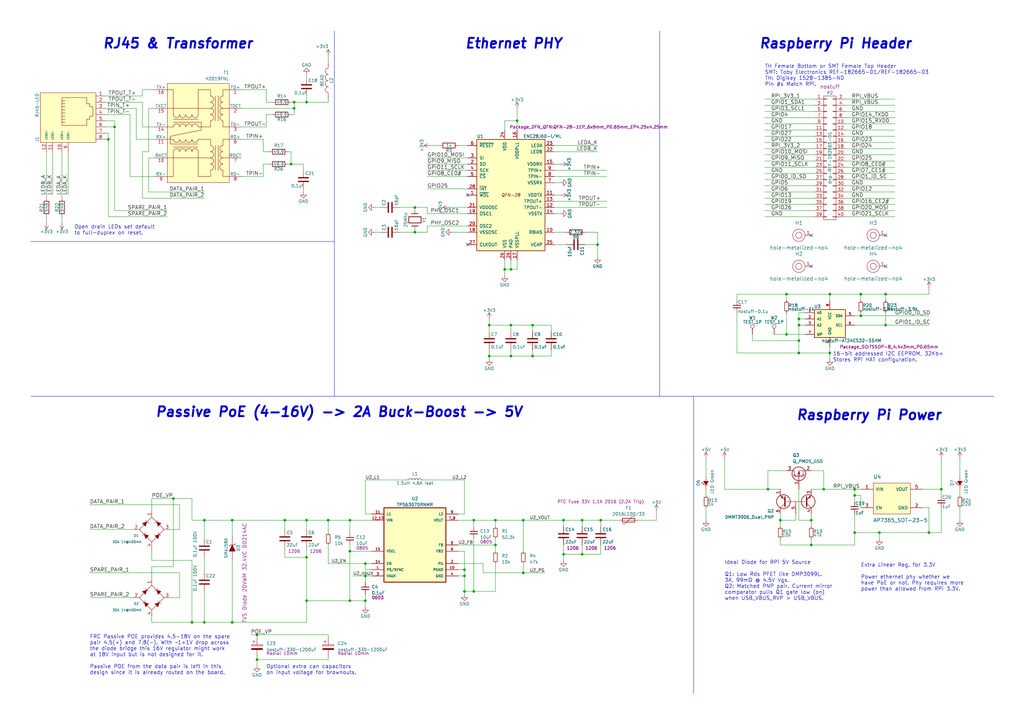
<source format=kicad_sch>
(kicad_sch (version 20230121) (generator eeschema)
  (paper "A3")
  (title_block (title "Raspberry Pi - Power Over Ethernet & PHY") (date "2016-02-02") (rev "0.1d") (company "OpenFet") (comment 1 "Author: Julien Marcus") (comment 2 "License: CERN OHL V1.2"))
  (junction (at 332.74 223.52))
  (junction (at 231.14 227.33))
  (junction (at 125.73 228.6))
  (junction (at 209.55 133.35))
  (junction (at 203.2 223.52))
  (junction (at 231.14 213.36))
  (junction (at 120.65 41.91))
  (junction (at 149.86 231.14))
  (junction (at 119.38 67.31))
  (junction (at 190.5 242.57))
  (junction (at 125.73 41.91))
  (junction (at 386.08 200.66))
  (junction (at 327.66 144.78))
  (junction (at 194.31 242.57))
  (junction (at 149.86 246.38))
  (junction (at 218.44 146.05))
  (junction (at 322.58 137.16))
  (junction (at 363.22 133.35))
  (junction (at 83.82 213.36))
  (junction (at 360.68 218.44))
  (junction (at 209.55 110.49))
  (junction (at 350.52 218.44))
  (junction (at 214.63 234.95))
  (junction (at 214.63 213.36))
  (junction (at 353.06 120.65))
  (junction (at 322.58 120.65))
  (junction (at 71.12 204.47))
  (junction (at 209.55 146.05))
  (junction (at 190.5 233.68))
  (junction (at 212.09 49.53))
  (junction (at 200.66 133.35))
  (junction (at 83.82 255.27))
  (junction (at 170.18 95.25))
  (junction (at 95.25 255.27))
  (junction (at 143.51 246.38))
  (junction (at 46.99 52.07))
  (junction (at 190.5 236.22))
  (junction (at 353.06 129.54))
  (junction (at 320.04 213.36))
  (junction (at 327.66 130.81))
  (junction (at 246.38 213.36))
  (junction (at 194.31 213.36))
  (junction (at 200.66 146.05))
  (junction (at 218.44 133.35))
  (junction (at 134.62 213.36))
  (junction (at 95.25 213.36))
  (junction (at 245.11 100.33))
  (junction (at 120.65 44.45))
  (junction (at 78.74 255.27))
  (junction (at 363.22 120.65))
  (junction (at 105.41 260.35))
  (junction (at 327.66 133.35))
  (junction (at 105.41 270.51))
  (junction (at 350.52 203.2))
  (junction (at 203.2 213.36))
  (junction (at 125.73 246.38))
  (junction (at 143.51 213.36))
  (junction (at 340.36 120.65))
  (junction (at 337.82 200.66))
  (junction (at 340.36 144.78))
  (junction (at 238.76 227.33))
  (junction (at 350.52 200.66))
  (junction (at 238.76 213.36))
  (junction (at 327.66 139.7))
  (junction (at 125.73 213.36))
  (junction (at 314.96 200.66))
  (junction (at 116.84 213.36))
  (junction (at 332.74 213.36))
  (junction (at 143.51 226.06))
  (junction (at 381 218.44))
  (junction (at 170.18 85.09))
  (junction (at 149.86 236.22))
  (junction (at 207.01 110.49))
  (junction (at 44.45 57.15))
  (no_connect (at 332.74 96.52))
  (no_connect (at 363.22 109.22))
  (no_connect (at 191.77 100.33))
  (no_connect (at 191.77 80.01))
  (no_connect (at 332.74 109.22))
  (no_connect (at 363.22 96.52))
  (wire (pts (xy 218.44 133.35) (xy 218.44 135.89)))
  (wire (pts (xy 134.62 213.36) (xy 143.51 213.36)))
  (wire (pts (xy 170.18 95.25) (xy 175.26 95.25)))
  (wire (pts (xy 63.5 36.83) (xy 58.42 36.83)))
  (wire (pts (xy 314.96 193.04) (xy 314.96 200.66)))
  (wire (pts (xy 170.18 93.98) (xy 170.18 95.25)))
  (wire (pts (xy 340.36 123.19) (xy 340.36 120.65)))
  (wire (pts (xy 95.25 213.36) (xy 116.84 213.36)))
  (wire (pts (xy 209.55 146.05) (xy 218.44 146.05)))
  (wire (pts (xy 203.2 223.52) (xy 203.2 226.06)))
  (wire (pts (xy 190.5 236.22) (xy 187.96 236.22)))
  (wire (pts (xy 238.76 227.33) (xy 246.38 227.33)))
  (wire (pts (xy 289.56 187.96) (xy 289.56 195.58)))
  (wire (pts (xy 209.55 110.49) (xy 212.09 110.49)))
  (wire (pts (xy 21.59 62.23) (xy 21.59 80.01)))
  (wire (pts (xy 330.2 128.27) (xy 327.66 128.27)))
  (wire (pts (xy 203.2 213.36) (xy 203.2 215.9)))
  (wire (pts (xy 322.58 137.16) (xy 330.2 137.16)))
  (wire (pts (xy 346.71 58.42) (xy 367.03 58.42)))
  (wire (pts (xy 143.51 226.06) (xy 152.4 226.06)))
  (wire (pts (xy 346.71 48.26) (xy 367.03 48.26)))
  (wire (pts (xy 330.2 130.81) (xy 327.66 130.81)))
  (wire (pts (xy 62.23 229.87) (xy 78.74 229.87)))
  (wire (pts (xy 212.09 49.53) (xy 212.09 53.34)))
  (wire (pts (xy 58.42 81.28) (xy 58.42 62.23)))
  (wire (pts (xy 105.41 270.51) (xy 134.62 270.51)))
  (wire (pts (xy 44.45 54.61) (xy 43.18 54.61)))
  (wire (pts (xy 227.33 69.85) (xy 248.92 69.85)))
  (wire (pts (xy 198.12 231.14) (xy 198.12 234.95)))
  (wire (pts (xy 175.26 87.63) (xy 175.26 85.09)))
  (wire (pts (xy 313.69 55.88) (xy 334.01 55.88)))
  (wire (pts (xy 212.09 110.49) (xy 212.09 106.68)))
  (wire (pts (xy 313.69 50.8) (xy 334.01 50.8)))
  (wire (pts (xy 313.69 53.34) (xy 334.01 53.34)))
  (wire (pts (xy 62.23 204.47) (xy 62.23 209.55)))
  (wire (pts (xy 289.56 213.36) (xy 289.56 208.28)))
  (wire (pts (xy 124.46 77.47) (xy 124.46 78.74)))
  (wire (pts (xy 363.22 133.35) (xy 381 133.35)))
  (wire (pts (xy 46.99 52.07) (xy 46.99 86.36)))
  (wire (pts (xy 322.58 137.16) (xy 322.58 128.27)))
  (wire (pts (xy 163.83 95.25) (xy 170.18 95.25)))
  (wire (pts (xy 327.66 144.78) (xy 340.36 144.78)))
  (wire (pts (xy 116.84 228.6) (xy 125.73 228.6)))
  (wire (pts (xy 231.14 213.36) (xy 231.14 215.9)))
  (wire (pts (xy 190.5 226.06) (xy 187.96 226.06)))
  (wire (pts (xy 194.31 213.36) (xy 194.31 215.9)))
  (wire (pts (xy 134.62 223.52) (xy 134.62 231.14)))
  (wire (pts (xy 313.69 83.82) (xy 334.01 83.82)))
  (wire (pts (xy 350.52 200.66) (xy 353.06 200.66)))
  (wire (pts (xy 231.14 227.33) (xy 238.76 227.33)))
  (wire (pts (xy 107.95 67.31) (xy 110.49 67.31)))
  (wire (pts (xy 227.33 67.31) (xy 229.87 67.31)))
  (wire (pts (xy 308.61 139.7) (xy 327.66 139.7)))
  (wire (pts (xy 187.96 213.36) (xy 194.31 213.36)))
  (wire (pts (xy 125.73 246.38) (xy 125.73 255.27)))
  (wire (pts (xy 99.06 57.15) (xy 107.95 57.15)))
  (wire (pts (xy 152.4 210.82) (xy 149.86 210.82)))
  (wire (pts (xy 191.77 64.77) (xy 175.26 64.77)))
  (wire (pts (xy 218.44 146.05) (xy 226.06 146.05)))
  (wire (pts (xy 320.04 213.36) (xy 326.39 213.36)))
  (wire (pts (xy 54.61 217.17) (xy 36.83 217.17)))
  (wire (pts (xy 227.33 74.93) (xy 229.87 74.93)))
  (wire (pts (xy 203.2 213.36) (xy 214.63 213.36)))
  (wire (pts (xy 313.69 81.28) (xy 334.01 81.28)))
  (wire (pts (xy 313.69 48.26) (xy 334.01 48.26)))
  (wire (pts (xy 175.26 92.71) (xy 191.77 92.71)))
  (wire (pts (xy 194.31 242.57) (xy 203.2 242.57)))
  (wire (pts (xy 125.73 228.6) (xy 125.73 246.38)))
  (wire (pts (xy 144.78 236.22) (xy 149.86 236.22)))
  (wire (pts (xy 200.66 130.81) (xy 200.66 133.35)))
  (wire (pts (xy 27.94 62.23) (xy 27.94 80.01)))
  (wire (pts (xy 227.33 95.25) (xy 232.41 95.25)))
  (wire (pts (xy 214.63 213.36) (xy 231.14 213.36)))
  (wire (pts (xy 313.69 63.5) (xy 334.01 63.5)))
  (wire (pts (xy 238.76 223.52) (xy 238.76 227.33)))
  (wire (pts (xy 320.04 220.98) (xy 320.04 223.52)))
  (wire (pts (xy 378.46 208.28) (xy 381 208.28)))
  (wire (pts (xy 83.82 242.57) (xy 83.82 255.27)))
  (wire (pts (xy 227.33 85.09) (xy 248.92 85.09)))
  (wire (pts (xy 346.71 50.8) (xy 367.03 50.8)))
  (wire (pts (xy 334.01 40.64) (xy 313.69 40.64)))
  (wire (pts (xy 308.61 137.16) (xy 308.61 139.7)))
  (wire (pts (xy 393.7 213.36) (xy 393.7 208.28)))
  (wire (pts (xy 149.86 231.14) (xy 152.4 231.14)))
  (wire (pts (xy 214.63 234.95) (xy 223.52 234.95)))
  (wire (pts (xy 185.42 95.25) (xy 191.77 95.25)))
  (wire (pts (xy 109.22 46.99) (xy 111.76 46.99)))
  (wire (pts (xy 209.55 133.35) (xy 209.55 135.89)))
  (wire (pts (xy 191.77 69.85) (xy 175.26 69.85)))
  (wire (pts (xy 175.26 95.25) (xy 175.26 92.71)))
  (wire (pts (xy 78.74 204.47) (xy 78.74 213.36)))
  (wire (pts (xy 363.22 120.65) (xy 381 120.65)))
  (wire (pts (xy 346.71 43.18) (xy 367.03 43.18)))
  (wire (pts (xy 99.06 44.45) (xy 120.65 44.45)))
  (wire (pts (xy 269.24 209.55) (xy 269.24 213.36)))
  (wire (pts (xy 346.71 55.88) (xy 367.03 55.88)))
  (wire (pts (xy 58.42 81.28) (xy 83.82 81.28)))
  (polyline (pts (xy 137.16 12.7) (xy 137.16 162.56)))
  (wire (pts (xy 190.5 243.84) (xy 190.5 242.57)))
  (wire (pts (xy 353.06 203.2) (xy 350.52 203.2)))
  (wire (pts (xy 322.58 123.19) (xy 322.58 120.65)))
  (wire (pts (xy 152.4 233.68) (xy 149.86 233.68)))
  (wire (pts (xy 55.88 57.15) (xy 63.5 57.15)))
  (wire (pts (xy 25.4 91.44) (xy 25.4 88.9)))
  (wire (pts (xy 227.33 59.69) (xy 245.11 59.69)))
  (wire (pts (xy 175.26 85.09) (xy 170.18 85.09)))
  (wire (pts (xy 44.45 88.9) (xy 68.58 88.9)))
  (wire (pts (xy 149.86 196.85) (xy 166.37 196.85)))
  (wire (pts (xy 99.06 52.07) (xy 109.22 52.07)))
  (wire (pts (xy 393.7 187.96) (xy 393.7 195.58)))
  (wire (pts (xy 326.39 213.36) (xy 326.39 210.82)))
  (wire (pts (xy 218.44 146.05) (xy 218.44 143.51)))
  (wire (pts (xy 46.99 49.53) (xy 43.18 49.53)))
  (wire (pts (xy 19.05 81.28) (xy 19.05 62.23)))
  (wire (pts (xy 78.74 229.87) (xy 78.74 255.27)))
  (wire (pts (xy 120.65 41.91) (xy 120.65 44.45)))
  (wire (pts (xy 207.01 49.53) (xy 212.09 49.53)))
  (wire (pts (xy 240.03 100.33) (xy 245.11 100.33)))
  (wire (pts (xy 58.42 36.83) (xy 58.42 39.37)))
  (wire (pts (xy 55.88 44.45) (xy 55.88 57.15)))
  (wire (pts (xy 119.38 41.91) (xy 120.65 41.91)))
  (wire (pts (xy 327.66 133.35) (xy 330.2 133.35)))
  (wire (pts (xy 360.68 218.44) (xy 381 218.44)))
  (wire (pts (xy 346.71 78.74) (xy 367.03 78.74)))
  (wire (pts (xy 346.71 45.72) (xy 367.03 45.72)))
  (wire (pts (xy 53.34 46.99) (xy 53.34 72.39)))
  (wire (pts (xy 62.23 204.47) (xy 71.12 204.47)))
  (wire (pts (xy 346.71 81.28) (xy 367.03 81.28)))
  (wire (pts (xy 332.74 200.66) (xy 337.82 200.66)))
  (wire (pts (xy 209.55 106.68) (xy 209.55 110.49)))
  (wire (pts (xy 95.25 255.27) (xy 125.73 255.27)))
  (wire (pts (xy 83.82 220.98) (xy 83.82 213.36)))
  (wire (pts (xy 102.87 260.35) (xy 105.41 260.35)))
  (wire (pts (xy 340.36 144.78) (xy 340.36 147.32)))
  (wire (pts (xy 346.71 40.64) (xy 367.03 40.64)))
  (wire (pts (xy 149.86 236.22) (xy 149.86 238.76)))
  (wire (pts (xy 346.71 68.58) (xy 367.03 68.58)))
  (wire (pts (xy 212.09 44.45) (xy 212.09 49.53)))
  (wire (pts (xy 125.73 41.91) (xy 125.73 39.37)))
  (wire (pts (xy 313.69 68.58) (xy 334.01 68.58)))
  (wire (pts (xy 245.11 95.25) (xy 245.11 100.33)))
  (wire (pts (xy 190.5 242.57) (xy 190.5 236.22)))
  (wire (pts (xy 246.38 223.52) (xy 246.38 227.33)))
  (wire (pts (xy 143.51 246.38) (xy 143.51 226.06)))
  (wire (pts (xy 58.42 62.23) (xy 60.96 62.23)))
  (wire (pts (xy 149.86 243.84) (xy 149.86 246.38)))
  (wire (pts (xy 60.96 62.23) (xy 60.96 44.45)))
  (wire (pts (xy 227.33 62.23) (xy 245.11 62.23)))
  (wire (pts (xy 191.77 67.31) (xy 175.26 67.31)))
  (wire (pts (xy 386.08 200.66) (xy 386.08 203.2)))
  (wire (pts (xy 246.38 215.9) (xy 246.38 213.36)))
  (wire (pts (xy 109.22 36.83) (xy 109.22 41.91)))
  (wire (pts (xy 73.66 245.11) (xy 73.66 234.95)))
  (wire (pts (xy 314.96 200.66) (xy 320.04 200.66)))
  (wire (pts (xy 337.82 193.04) (xy 337.82 200.66)))
  (wire (pts (xy 353.06 129.54) (xy 381 129.54)))
  (wire (pts (xy 43.18 41.91) (xy 58.42 41.91)))
  (wire (pts (xy 99.06 36.83) (xy 109.22 36.83)))
  (wire (pts (xy 120.65 44.45) (xy 120.65 46.99)))
  (wire (pts (xy 350.52 223.52) (xy 350.52 218.44)))
  (wire (pts (xy 353.06 123.19) (xy 353.06 120.65)))
  (wire (pts (xy 313.69 60.96) (xy 334.01 60.96)))
  (wire (pts (xy 134.62 41.91) (xy 134.62 40.64)))
  (wire (pts (xy 346.71 66.04) (xy 367.03 66.04)))
  (wire (pts (xy 95.25 229.87) (xy 95.25 255.27)))
  (wire (pts (xy 302.26 120.65) (xy 322.58 120.65)))
  (wire (pts (xy 187.96 231.14) (xy 198.12 231.14)))
  (wire (pts (xy 124.46 67.31) (xy 124.46 69.85)))
  (wire (pts (xy 207.01 110.49) (xy 207.01 113.03)))
  (wire (pts (xy 118.11 67.31) (xy 119.38 67.31)))
  (wire (pts (xy 207.01 49.53) (xy 207.01 53.34)))
  (wire (pts (xy 60.96 78.74) (xy 83.82 78.74)))
  (wire (pts (xy 332.74 223.52) (xy 350.52 223.52)))
  (wire (pts (xy 322.58 193.04) (xy 314.96 193.04)))
  (wire (pts (xy 43.18 52.07) (xy 46.99 52.07)))
  (wire (pts (xy 143.51 213.36) (xy 143.51 218.44)))
  (wire (pts (xy 149.86 246.38) (xy 149.86 248.92)))
  (wire (pts (xy 350.52 203.2) (xy 350.52 205.74)))
  (wire (pts (xy 99.06 72.39) (xy 107.95 72.39)))
  (wire (pts (xy 125.73 41.91) (xy 134.62 41.91)))
  (wire (pts (xy 44.45 57.15) (xy 44.45 88.9)))
  (wire (pts (xy 226.06 146.05) (xy 226.06 143.51)))
  (wire (pts (xy 71.12 204.47) (xy 78.74 204.47)))
  (wire (pts (xy 53.34 72.39) (xy 63.5 72.39)))
  (wire (pts (xy 350.52 129.54) (xy 353.06 129.54)))
  (wire (pts (xy 69.85 245.11) (xy 73.66 245.11)))
  (wire (pts (xy 297.18 200.66) (xy 314.96 200.66)))
  (wire (pts (xy 327.66 128.27) (xy 327.66 130.81)))
  (wire (pts (xy 350.52 218.44) (xy 360.68 218.44)))
  (wire (pts (xy 313.69 73.66) (xy 334.01 73.66)))
  (wire (pts (xy 381 120.65) (xy 381 118.11)))
  (wire (pts (xy 116.84 213.36) (xy 125.73 213.36)))
  (wire (pts (xy 227.33 72.39) (xy 248.92 72.39)))
  (wire (pts (xy 313.69 71.12) (xy 334.01 71.12)))
  (wire (pts (xy 71.12 232.41) (xy 71.12 204.47)))
  (wire (pts (xy 125.73 213.36) (xy 134.62 213.36)))
  (wire (pts (xy 58.42 52.07) (xy 63.5 52.07)))
  (wire (pts (xy 187.96 223.52) (xy 203.2 223.52)))
  (wire (pts (xy 327.66 200.66) (xy 327.66 213.36)))
  (wire (pts (xy 227.33 87.63) (xy 229.87 87.63)))
  (wire (pts (xy 386.08 187.96) (xy 386.08 200.66)))
  (wire (pts (xy 190.5 196.85) (xy 190.5 210.82)))
  (wire (pts (xy 350.52 218.44) (xy 350.52 210.82)))
  (wire (pts (xy 327.66 130.81) (xy 327.66 133.35)))
  (wire (pts (xy 350.52 200.66) (xy 350.52 203.2)))
  (wire (pts (xy 337.82 200.66) (xy 350.52 200.66)))
  (wire (pts (xy 200.66 146.05) (xy 200.66 147.32)))
  (wire (pts (xy 346.71 53.34) (xy 367.03 53.34)))
  (wire (pts (xy 320.04 223.52) (xy 332.74 223.52)))
  (wire (pts (xy 332.74 193.04) (xy 337.82 193.04)))
  (wire (pts (xy 43.18 39.37) (xy 58.42 39.37)))
  (wire (pts (xy 346.71 60.96) (xy 367.03 60.96)))
  (polyline (pts (xy 12.7 99.06) (xy 137.16 99.06)))
  (wire (pts (xy 227.33 100.33) (xy 232.41 100.33)))
  (wire (pts (xy 313.69 45.72) (xy 334.01 45.72)))
  (wire (pts (xy 386.08 218.44) (xy 386.08 208.28)))
  (wire (pts (xy 381 218.44) (xy 386.08 218.44)))
  (wire (pts (xy 83.82 213.36) (xy 95.25 213.36)))
  (wire (pts (xy 231.14 223.52) (xy 231.14 227.33)))
  (wire (pts (xy 149.86 233.68) (xy 149.86 231.14)))
  (wire (pts (xy 83.82 228.6) (xy 83.82 234.95)))
  (wire (pts (xy 346.71 63.5) (xy 367.03 63.5)))
  (wire (pts (xy 313.69 88.9) (xy 334.01 88.9)))
  (wire (pts (xy 238.76 213.36) (xy 238.76 215.9)))
  (wire (pts (xy 73.66 217.17) (xy 73.66 207.01)))
  (wire (pts (xy 200.66 143.51) (xy 200.66 146.05)))
  (wire (pts (xy 60.96 64.77) (xy 60.96 78.74)))
  (wire (pts (xy 363.22 133.35) (xy 363.22 128.27)))
  (wire (pts (xy 46.99 86.36) (xy 68.58 86.36)))
  (wire (pts (xy 134.62 270.51) (xy 134.62 269.24)))
  (wire (pts (xy 240.03 95.25) (xy 245.11 95.25)))
  (wire (pts (xy 218.44 133.35) (xy 226.06 133.35)))
  (wire (pts (xy 350.52 133.35) (xy 363.22 133.35)))
  (wire (pts (xy 134.62 213.36) (xy 134.62 218.44)))
  (wire (pts (xy 313.69 66.04) (xy 334.01 66.04)))
  (wire (pts (xy 134.62 260.35) (xy 134.62 261.62)))
  (wire (pts (xy 54.61 245.11) (xy 36.83 245.11)))
  (wire (pts (xy 62.23 232.41) (xy 71.12 232.41)))
  (wire (pts (xy 170.18 85.09) (xy 163.83 85.09)))
  (wire (pts (xy 125.73 224.79) (xy 125.73 228.6)))
  (wire (pts (xy 227.33 80.01) (xy 229.87 80.01)))
  (wire (pts (xy 95.25 219.71) (xy 95.25 213.36)))
  (wire (pts (xy 245.11 100.33) (xy 245.11 105.41)))
  (wire (pts (xy 346.71 88.9) (xy 367.03 88.9)))
  (wire (pts (xy 83.82 255.27) (xy 95.25 255.27)))
  (wire (pts (xy 302.26 144.78) (xy 327.66 144.78)))
  (wire (pts (xy 105.41 270.51) (xy 105.41 273.05)))
  (wire (pts (xy 231.14 227.33) (xy 231.14 229.87)))
  (wire (pts (xy 69.85 217.17) (xy 73.66 217.17)))
  (wire (pts (xy 302.26 120.65) (xy 302.26 123.19)))
  (wire (pts (xy 313.69 86.36) (xy 334.01 86.36)))
  (wire (pts (xy 297.18 200.66) (xy 297.18 187.96)))
  (wire (pts (xy 194.31 213.36) (xy 203.2 213.36)))
  (wire (pts (xy 327.66 133.35) (xy 327.66 139.7)))
  (wire (pts (xy 360.68 218.44) (xy 360.68 220.98)))
  (wire (pts (xy 105.41 260.35) (xy 105.41 261.62)))
  (wire (pts (xy 353.06 120.65) (xy 363.22 120.65)))
  (wire (pts (xy 43.18 44.45) (xy 55.88 44.45)))
  (wire (pts (xy 62.23 255.27) (xy 78.74 255.27)))
  (wire (pts (xy 190.5 210.82) (xy 187.96 210.82)))
  (wire (pts (xy 78.74 213.36) (xy 83.82 213.36)))
  (wire (pts (xy 289.56 203.2) (xy 289.56 200.66)))
  (wire (pts (xy 332.74 210.82) (xy 332.74 213.36)))
  (wire (pts (xy 43.18 46.99) (xy 53.34 46.99)))
  (wire (pts (xy 180.34 59.69) (xy 176.53 59.69)))
  (wire (pts (xy 332.74 220.98) (xy 332.74 223.52)))
  (wire (pts (xy 134.62 22.86) (xy 134.62 25.4)))
  (wire (pts (xy 313.69 78.74) (xy 334.01 78.74)))
  (wire (pts (xy 320.04 213.36) (xy 320.04 215.9)))
  (wire (pts (xy 346.71 71.12) (xy 367.03 71.12)))
  (wire (pts (xy 261.62 213.36) (xy 269.24 213.36)))
  (wire (pts (xy 203.2 242.57) (xy 203.2 231.14)))
  (wire (pts (xy 381 208.28) (xy 381 218.44)))
  (wire (pts (xy 125.73 31.75) (xy 125.73 30.48)))
  (wire (pts (xy 125.73 213.36) (xy 125.73 217.17)))
  (wire (pts (xy 73.66 207.01) (xy 36.83 207.01)))
  (wire (pts (xy 190.5 236.22) (xy 190.5 233.68)))
  (wire (pts (xy 43.18 57.15) (xy 44.45 57.15)))
  (wire (pts (xy 46.99 49.53) (xy 46.99 52.07)))
  (wire (pts (xy 320.04 210.82) (xy 320.04 213.36)))
  (wire (pts (xy 346.71 73.66) (xy 367.03 73.66)))
  (wire (pts (xy 346.71 83.82) (xy 367.03 83.82)))
  (wire (pts (xy 334.01 43.18) (xy 313.69 43.18)))
  (wire (pts (xy 118.11 62.23) (xy 119.38 62.23)))
  (wire (pts (xy 363.22 120.65) (xy 363.22 123.19)))
  (wire (pts (xy 73.66 234.95) (xy 36.83 234.95)))
  (wire (pts (xy 116.84 224.79) (xy 116.84 228.6)))
  (wire (pts (xy 209.55 146.05) (xy 209.55 143.51)))
  (wire (pts (xy 19.05 91.44) (xy 19.05 88.9)))
  (wire (pts (xy 78.74 255.27) (xy 83.82 255.27)))
  (wire (pts (xy 60.96 44.45) (xy 63.5 44.45)))
  (wire (pts (xy 187.96 59.69) (xy 191.77 59.69)))
  (wire (pts (xy 62.23 224.79) (xy 62.23 229.87)))
  (wire (pts (xy 327.66 213.36) (xy 332.74 213.36)))
  (wire (pts (xy 346.71 86.36) (xy 367.03 86.36)))
  (wire (pts (xy 340.36 120.65) (xy 353.06 120.65)))
  (wire (pts (xy 120.65 41.91) (xy 125.73 41.91)))
  (wire (pts (xy 184.15 85.09) (xy 191.77 85.09)))
  (wire (pts (xy 200.66 146.05) (xy 209.55 146.05)))
  (wire (pts (xy 109.22 52.07) (xy 109.22 46.99)))
  (wire (pts (xy 313.69 58.42) (xy 334.01 58.42)))
  (wire (pts (xy 190.5 233.68) (xy 187.96 233.68)))
  (wire (pts (xy 191.77 87.63) (xy 175.26 87.63)))
  (wire (pts (xy 191.77 77.47) (xy 175.26 77.47)))
  (wire (pts (xy 378.46 200.66) (xy 386.08 200.66)))
  (wire (pts (xy 143.51 223.52) (xy 143.51 226.06)))
  (wire (pts (xy 105.41 260.35) (xy 134.62 260.35)))
  (wire (pts (xy 120.65 46.99) (xy 119.38 46.99)))
  (wire (pts (xy 214.63 234.95) (xy 214.63 231.14)))
  (wire (pts (xy 214.63 213.36) (xy 214.63 226.06)))
  (wire (pts (xy 191.77 72.39) (xy 175.26 72.39)))
  (wire (pts (xy 317.5 137.16) (xy 322.58 137.16)))
  (wire (pts (xy 302.26 128.27) (xy 302.26 144.78)))
  (wire (pts (xy 353.06 129.54) (xy 353.06 128.27)))
  (wire (pts (xy 238.76 213.36) (xy 246.38 213.36)))
  (wire (pts (xy 200.66 133.35) (xy 209.55 133.35)))
  (wire (pts (xy 153.67 85.09) (xy 156.21 85.09)))
  (polyline (pts (xy 270.51 162.56) (xy 270.51 12.7)))
  (wire (pts (xy 190.5 233.68) (xy 190.5 226.06)))
  (wire (pts (xy 194.31 220.98) (xy 194.31 242.57)))
  (wire (pts (xy 143.51 246.38) (xy 125.73 246.38)))
  (wire (pts (xy 393.7 203.2) (xy 393.7 200.66)))
  (wire (pts (xy 327.66 139.7) (xy 327.66 144.78)))
  (polyline (pts (xy 407.67 162.56) (xy 12.7 162.56)))
  (wire (pts (xy 332.74 213.36) (xy 332.74 215.9)))
  (wire (pts (xy 353.06 208.28) (xy 353.06 203.2)))
  (wire (pts (xy 200.66 133.35) (xy 200.66 135.89)))
  (polyline (pts (xy 284.48 284.48) (xy 284.48 162.56)))
  (wire (pts (xy 58.42 41.91) (xy 58.42 52.07)))
  (wire (pts (xy 313.69 76.2) (xy 334.01 76.2)))
  (wire (pts (xy 119.38 62.23) (xy 119.38 67.31)))
  (wire (pts (xy 190.5 242.57) (xy 194.31 242.57)))
  (wire (pts (xy 119.38 67.31) (xy 124.46 67.31)))
  (wire (pts (xy 346.71 76.2) (xy 367.03 76.2)))
  (wire (pts (xy 134.62 231.14) (xy 149.86 231.14)))
  (wire (pts (xy 63.5 64.77) (xy 60.96 64.77)))
  (wire (pts (xy 105.41 269.24) (xy 105.41 270.51)))
  (wire (pts (xy 231.14 213.36) (xy 238.76 213.36)))
  (wire (pts (xy 109.22 41.91) (xy 111.76 41.91)))
  (wire (pts (xy 203.2 220.98) (xy 203.2 223.52)))
  (wire (pts (xy 62.23 237.49) (xy 62.23 232.41)))
  (wire (pts (xy 207.01 110.49) (xy 209.55 110.49)))
  (wire (pts (xy 25.4 62.23) (xy 25.4 81.28)))
  (wire (pts (xy 153.67 95.25) (xy 156.21 95.25)))
  (wire (pts (xy 198.12 234.95) (xy 214.63 234.95)))
  (wire (pts (xy 149.86 246.38) (xy 143.51 246.38)))
  (wire (pts (xy 152.4 236.22) (xy 149.86 236.22)))
  (wire (pts (xy 340.36 142.24) (xy 340.36 144.78)))
  (wire (pts (xy 227.33 82.55) (xy 248.92 82.55)))
  (wire (pts (xy 44.45 54.61) (xy 44.45 57.15)))
  (wire (pts (xy 226.06 133.35) (xy 226.06 135.89)))
  (wire (pts (xy 149.86 210.82) (xy 149.86 196.85)))
  (wire (pts (xy 173.99 196.85) (xy 190.5 196.85)))
  (wire (pts (xy 209.55 133.35) (xy 218.44 133.35)))
  (wire (pts (xy 207.01 106.68) (xy 207.01 110.49)))
  (wire (pts (xy 322.58 120.65) (xy 340.36 120.65)))
  (wire (pts (xy 110.49 62.23) (xy 107.95 62.23)))
  (wire (pts (xy 107.95 62.23) (xy 107.95 57.15)))
  (wire (pts (xy 116.84 213.36) (xy 116.84 217.17)))
  (wire (pts (xy 246.38 213.36) (xy 254 213.36)))
  (wire (pts (xy 170.18 85.09) (xy 170.18 86.36)))
  (wire (pts (xy 62.23 252.73) (xy 62.23 255.27)))
  (wire (pts (xy 143.51 213.36) (xy 152.4 213.36)))
  (wire (pts (xy 107.95 72.39) (xy 107.95 67.31)))
  (text "TH Female Bottom or SMT Female Top Header\nSMT: Toby Electronics REF-182665-01/REF-182665-03\nTH: Digikey 1528-1385-ND\nPin #s Match RPi." (at 313.69 35.56 0) (effects (font (size 1.524 1.524)) (justify left bottom)))
  (text "Raspberry Pi Header" (at 311.15 20.32 0) (effects (font (size 3.9878 3.9878) (thickness 0.7976) bold italic) (justify left bottom)))
  (text "16-bit addressed I2C EEPROM, 32Kb+\nStores RPi HAT configuration." (at 341.63 148.59 0) (effects (font (size 1.524 1.524)) (justify left bottom)))
  (text "Passive PoE (4-16V) -> 2A Buck-Boost -> 5V" (at 63.5 171.45 0) (effects (font (size 3.9878 3.9878) (thickness 0.7976) bold italic) (justify left bottom)))
  (text "Raspberry Pi Power" (at 326.39 172.72 0) (effects (font (size 3.9878 3.9878) (thickness 0.7976) bold italic) (justify left bottom)))
  (text "Ideal Diode for RPi 5V Source\n\nQ1: Low Rds PFET like DMP3099L.\n3A, 99mΩ @ 4.5V Vgs.\nQ2: Matched PNP pair. Current mirror\ncomparator pulls Q1 gate low (on)\nwhen USB_VBUS_RVP > USB_VBUS." (at 297.18 246.38 0) (effects (font (size 1.524 1.524)) (justify left bottom)))
  (text "Extra Linear Reg. for 3.3V\n\nPower ethernet phy whether we\nhave PoE or not. Phy requires more\npower than allowed from RPi 3.3V." (at 353.06 242.57 0) (effects (font (size 1.524 1.524)) (justify left bottom)))
  (text "Open drain LEDs set default\nto full-duplex on reset." (at 30.48 96.52 0) (effects (font (size 1.524 1.524)) (justify left bottom)))
  (text "FRC Passive POE provides 4.5-18V on the spare\npair 4,5(+) and 7,8(-). With ~1+1V drop across\nthe diode bridge this 16V regulator might work\nat 18V input but is not designed for it.\n\nPassive POE from the data pair is left in this\ndesign since it is already routed on the board." (at 36.83 276.86 0) (effects (font (size 1.524 1.524)) (justify left bottom)))
  (text "RJ45 & Transformer" (at 41.91 20.32 0) (effects (font (size 3.9878 3.9878) (thickness 0.7976) bold italic) (justify left bottom)))
  (text "Optional extra can capacitors\non input voltage for brownouts." (at 109.22 276.86 0) (effects (font (size 1.524 1.524)) (justify left bottom)))
  (text "Ethernet PHY" (at 190.5 20.32 0) (effects (font (size 3.9878 3.9878) (thickness 0.7976) bold italic) (justify left bottom)))
  (label "GPIO22" (at 316.23 58.42 0) (effects (font (size 1.524 1.524))))
  (label "GPIO24" (at 349.25 60.96 0) (effects (font (size 1.524 1.524))))
  (label "SPARE_PAIR_2" (at 36.83 245.11 0) (effects (font (size 1.524 1.524))))
  (label "SPARE_PAIR_1" (at 68.58 86.36 180) (effects (font (size 1.524 1.524))))
  (label "GPIO11_SCLK" (at 175.26 69.85 0) (effects (font (size 1.524 1.524))))
  (label "DATA_PAIR_1" (at 83.82 78.74 180) (effects (font (size 1.524 1.524))))
  (label "GPIO0_ID_SD" (at 367.03 129.54 0) (effects (font (size 1.524 1.524))))
  (label "TPIN+" (at 246.38 69.85 180) (effects (font (size 1.524 1.524))))
  (label "TPIN_T+" (at 53.34 44.45 180) (effects (font (size 1.524 1.524))))
  (label "GPIO6" (at 316.23 78.74 0) (effects (font (size 1.524 1.524))))
  (label "GND" (at 349.25 45.72 0) (effects (font (size 1.524 1.524))))
  (label "TPOUT-" (at 109.22 52.07 180) (effects (font (size 1.524 1.524))))
  (label "GPIO14_TXD0" (at 349.25 48.26 0) (effects (font (size 1.524 1.524))))
  (label "GPIO21_SCLK" (at 349.25 88.9 0) (effects (font (size 1.524 1.524))))
  (label "LEDA_K" (at 27.94 80.01 90) (effects (font (size 1.524 1.524))))
  (label "GPIO11_SCLK" (at 316.23 68.58 0) (effects (font (size 1.524 1.524))))
  (label "POE_VP" (at 102.87 260.35 0) (effects (font (size 1.524 1.524))))
  (label "GPIO1_ID_SC" (at 367.03 133.35 0) (effects (font (size 1.524 1.524))))
  (label "U2_EN" (at 135.89 231.14 0))
  (label "RPI_3V3_1" (at 316.23 40.64 0) (effects (font (size 1.524 1.524))))
  (label "TPOUT+" (at 109.22 36.83 180) (effects (font (size 1.524 1.524))))
  (label "RPI_VBUS" (at 349.25 40.64 0) (effects (font (size 1.524 1.524))))
  (label "RPI_VBUS" (at 349.25 43.18 0) (effects (font (size 1.524 1.524))))
  (label "PHY_OSC1" (at 176.53 87.63 0) (effects (font (size 1.524 1.524))))
  (label "GPIO5" (at 316.23 76.2 0) (effects (font (size 1.524 1.524))))
  (label "TPIN+" (at 107.95 57.15 180) (effects (font (size 1.524 1.524))))
  (label "GPIO25" (at 175.26 77.47 0) (effects (font (size 1.524 1.524))))
  (label "GPIO15_RXD0" (at 349.25 50.8 0) (effects (font (size 1.524 1.524))))
  (label "U2_L2" (at 185.42 196.85 0))
  (label "TPIN_T-" (at 53.34 46.99 180) (effects (font (size 1.524 1.524))))
  (label "TPOUT_T-" (at 55.88 41.91 180) (effects (font (size 1.524 1.524))))
  (label "LEDA_K" (at 245.11 59.69 180) (effects (font (size 1.524 1.524))))
  (label "DATA_PAIR_1" (at 36.83 207.01 0) (effects (font (size 1.524 1.524))))
  (label "DATA_PAIR_2" (at 83.82 81.28 180) (effects (font (size 1.524 1.524))))
  (label "GPIO8_CE0#" (at 349.25 68.58 0) (effects (font (size 1.524 1.524))))
  (label "GPIO13" (at 316.23 81.28 0) (effects (font (size 1.524 1.524))))
  (label "GPIO1_SDA1" (at 316.23 43.18 0) (effects (font (size 1.524 1.524))))
  (label "GND" (at 316.23 88.9 0) (effects (font (size 1.524 1.524))))
  (label "U2_L1" (at 149.86 196.85 0))
  (label "TPOUT_T+" (at 55.88 39.37 180) (effects (font (size 1.524 1.524))))
  (label "GPIO1_ID_SC" (at 349.25 73.66 0) (effects (font (size 1.524 1.524))))
  (label "GND" (at 349.25 81.28 0) (effects (font (size 1.524 1.524))))
  (label "GPIO26" (at 316.23 86.36 0) (effects (font (size 1.524 1.524))))
  (label "GPIO10_MOSI" (at 316.23 63.5 0) (effects (font (size 1.524 1.524))))
  (label "U2_VAUX" (at 144.78 236.22 0))
  (label "GPIO16_CE2#" (at 349.25 83.82 0) (effects (font (size 1.524 1.524))))
  (label "GPIO10_MOSI" (at 175.26 64.77 0) (effects (font (size 1.524 1.524))))
  (label "GND" (at 316.23 71.12 0) (effects (font (size 1.524 1.524))))
  (label "U2_PG" (at 217.17 234.95 0))
  (label "GPIO27" (at 316.23 55.88 0) (effects (font (size 1.524 1.524))))
  (label "GPIO18" (at 349.25 53.34 0) (effects (font (size 1.524 1.524))))
  (label "RPI_3V3_2" (at 316.23 60.96 0) (effects (font (size 1.524 1.524))))
  (label "U2_VOUT" (at 217.17 213.36 0))
  (label "TPIN-" (at 246.38 72.39 180) (effects (font (size 1.524 1.524))))
  (label "LEDB_A" (at 19.05 80.01 90) (effects (font (size 1.524 1.524))))
  (label "GPIO9_MISO" (at 175.26 67.31 0) (effects (font (size 1.524 1.524))))
  (label "PHY_OSC2" (at 176.53 92.71 0) (effects (font (size 1.524 1.524))))
  (label "TPOUT+" (at 246.38 82.55 180) (effects (font (size 1.524 1.524))))
  (label "GPIO25" (at 349.25 66.04 0) (effects (font (size 1.524 1.524))))
  (label "GPIO19" (at 316.23 83.82 0) (effects (font (size 1.524 1.524))))
  (label "GPIO0_ID_SD" (at 316.23 73.66 0) (effects (font (size 1.524 1.524))))
  (label "POE_VP" (at 62.23 204.47 0) (effects (font (size 1.524 1.524))))
  (label "RPI_VBUS" (at 341.63 200.66 0) (effects (font (size 1.524 1.524))))
  (label "GND" (at 349.25 76.2 0) (effects (font (size 1.524 1.524))))
  (label "DATA_PAIR_2" (at 36.83 217.17 0) (effects (font (size 1.524 1.524))))
  (label "GND" (at 349.25 55.88 0) (effects (font (size 1.524 1.524))))
  (label "GPIO9_MISO" (at 316.23 66.04 0) (effects (font (size 1.524 1.524))))
  (label "TPIN-" (at 107.95 72.39 180) (effects (font (size 1.524 1.524))))
  (label "GPIO12" (at 349.25 78.74 0) (effects (font (size 1.524 1.524))))
  (label "GPIO4" (at 316.23 48.26 0) (effects (font (size 1.524 1.524))))
  (label "GND" (at 316.23 50.8 0) (effects (font (size 1.524 1.524))))
  (label "GND" (at 349.25 63.5 0) (effects (font (size 1.524 1.524))))
  (label "LEDB_K" (at 21.59 80.01 90) (effects (font (size 1.524 1.524))))
  (label "GPIO17" (at 316.23 53.34 0) (effects (font (size 1.524 1.524))))
  (label "SPARE_PAIR_2" (at 68.58 88.9 180) (effects (font (size 1.524 1.524))))
  (label "LEDA_A" (at 25.4 80.01 90) (effects (font (size 1.524 1.524))))
  (label "GPIO8_CE0#" (at 175.26 72.39 0) (effects (font (size 1.524 1.524))))
  (label "GPIO7_CE1#" (at 349.25 71.12 0) (effects (font (size 1.524 1.524))))
  (label "GPIO20_MOSI" (at 349.25 86.36 0) (effects (font (size 1.524 1.524))))
  (label "SPARE_PAIR_1" (at 36.83 234.95 0) (effects (font (size 1.524 1.524))))
  (label "GPIO23" (at 349.25 58.42 0) (effects (font (size 1.524 1.524))))
  (label "U2_FB" (at 187.96 223.52 0))
  (label "TPOUT-" (at 246.38 85.09 180) (effects (font (size 1.524 1.524))))
  (label "GPIO3_SCL1" (at 316.23 45.72 0) (effects (font (size 1.524 1.524))))
  (label "LEDB_K" (at 245.11 62.23 180) (effects (font (size 1.524 1.524))))
  (symbol (lib_id "pizero-papoe-rescue:BRIDGE") (at 62.23 217.17 270) (unit 1)
    (property "Reference" "D1" (at 55.88 219.71 90) (effects (font (size 1.016 1.016))))
    (property "Value" "30A 1V@400mA" (at 52.07 222.25 90) (effects (font (size 1.016 1.016))))
    (property "Footprint" "pizero-poe-special:MBS" (effects hide))
    (property "Type" "SMT" (effects hide))
    (property "Mfg" "Diodes Inc" (effects hide))
    (property "Mfg Part No" "HD01-T" (effects hide))
    (property "Digikey Part No" "HD01DICT-ND" (effects hide))
    (property "Description" "30A 1V@400mA 800mA 100V MBS Bridge Rectifiers ROHS" (effects hide))
    (property "LCSC" "C2488" (effects hide))
    (property "Mfg 2" "MDD" (effects hide))
    (property "Mfg 2 Part No" "MB10S" (effects hide))
  )
  (symbol (lib_id "pizero-papoe-rescue:C") (at 83.82 224.79 0) (unit 1)
    (property "Reference" "C1" (at 84.455 222.25 0) (effects (justify left)))
    (property "Value" "0.1uf 100V" (at 80.01 228.6 90) (effects (justify left)))
    (property "Footprint" "Capacitor_SMD:C_0603_1608Metric" (effects hide))
    (property "Type" "SMT" (effects hide))
    (property "Mfg" "Samsung" (effects hide))
    (property "Mfg Part No" "CL10B104KC8NNNC" (effects hide))
    (property "Digikey Part No" "1276-6807-1-ND" (effects hide))
    (property "Description" "0.10µF 100V Ceramic Capacitor X7R 0603" (effects hide))
  )
  (symbol (lib_id "pizero-papoe-rescue:ZENER") (at 95.25 224.79 270) (unit 1)
    (property "Reference" "D3" (at 97.79 224.79 0))
    (property "Value" "SMAJ58A" (at 92.71 224.79 0))
    (property "Footprint" "Diode_SMD:D_SMA" (effects hide))
    (property "Type" "SMT" (effects hide))
    (property "Mfg" "Littelfuse" (effects hide))
    (property "Mfg Part No" "SMAJ20A" (effects hide))
    (property "Description" "TVS Diode 20VWM 32.4VC DO214AC" (at 100.33 234.95 0) (effects (font (size 1.524 1.524))))
    (property "LCSC" "C148209" (effects hide))
  )
  (symbol (lib_id "pizero-papoe-rescue:GND") (at 231.14 229.87 0) (unit 1)
    (property "Reference" "#PWR04" (effects hide))
    (property "Value" "GND" (at 231.14 233.68 0))
  )
  (symbol (lib_id "pizero-papoe-rescue:+5V") (at 269.24 209.55 0) (unit 1)
    (property "Reference" "#PWR05" (effects hide))
    (property "Value" "+5V" (at 269.24 205.994 0))
  )
  (symbol (lib_id "pizero-papoe-rescue:R") (at 236.22 95.25 270) (unit 1)
    (property "Reference" "R8" (at 236.22 97.282 90))
    (property "Value" "2.32k" (at 236.22 95.25 90))
    (property "Footprint" "Resistor_SMD:R_0603_1608Metric" (effects hide))
    (property "Type" "SMT" (effects hide))
  )
  (symbol (lib_id "pizero-papoe-rescue:C") (at 236.22 100.33 270) (unit 1)
    (property "Reference" "C11" (at 238.76 100.965 0) (effects (justify left)))
    (property "Value" "10uf" (at 233.68 100.965 0) (effects (justify left)))
    (property "Footprint" "Capacitor_SMD:C_1206_3216Metric" (effects hide))
    (property "Type" "SMT" (effects hide))
  )
  (symbol (lib_id "pizero-papoe-rescue:GND") (at 245.11 105.41 0) (unit 1)
    (property "Reference" "#PWR010" (effects hide))
    (property "Value" "GND" (at 245.11 109.22 0))
  )
  (symbol (lib_id "pizero-papoe-rescue:GND") (at 207.01 113.03 0) (unit 1)
    (property "Reference" "#PWR011" (effects hide))
    (property "Value" "GND" (at 207.01 116.84 0))
  )
  (symbol (lib_id "pizero-papoe-rescue:Crystal") (at 170.18 90.17 270) (unit 1)
    (property "Reference" "Y1" (at 173.99 90.17 0))
    (property "Value" "25Mhz" (at 166.37 90.17 0))
    (property "Footprint" "Crystal:Crystal_SMD_5032-2Pin_5.0x3.2mm" (effects hide))
    (property "Mouser Part No." "774-445I23D25M00000" (effects hide))
    (property "Type" "SMT" (effects hide))
    (property "Mfg" "CTS Frequency Controls" (effects hide))
    (property "Mfg Part No" "445I23D25M00000" (effects hide))
    (property "Digikey Part No" "CTX1175CT-ND" (effects hide))
    (property "Mfg 2" "skj" (effects hide))
    (property "Mfg 2 Part No" "6I25000F20UCG" (effects hide))
    (property "LSCS" "C251592" (effects hide))
  )
  (symbol (lib_id "pizero-papoe-rescue:+3.3V") (at 212.09 44.45 0) (unit 1)
    (property "Reference" "#PWR012" (effects hide))
    (property "Value" "+3.3V" (at 212.09 40.894 0))
  )
  (symbol (lib_id "pizero-papoe-rescue:+3.3V") (at 229.87 80.01 270) (unit 1)
    (property "Reference" "#PWR013" (effects hide))
    (property "Value" "+3.3V" (at 233.426 80.01 0))
  )
  (symbol (lib_id "pizero-papoe-rescue:+3.3V") (at 229.87 67.31 270) (unit 1)
    (property "Reference" "#PWR014" (effects hide))
    (property "Value" "+3.3V" (at 233.426 67.31 0))
  )
  (symbol (lib_id "pizero-papoe-rescue:GND") (at 229.87 87.63 90) (mirror x) (unit 1)
    (property "Reference" "#PWR015" (effects hide))
    (property "Value" "GND" (at 233.68 87.63 0))
  )
  (symbol (lib_id "pizero-papoe-rescue:GND") (at 229.87 74.93 90) (mirror x) (unit 1)
    (property "Reference" "#PWR016" (effects hide))
    (property "Value" "GND" (at 233.68 74.93 0))
  )
  (symbol (lib_id "pizero-papoe-rescue:GND") (at 185.42 95.25 270) (mirror x) (unit 1)
    (property "Reference" "#PWR017" (effects hide))
    (property "Value" "GND" (at 181.61 95.25 0))
  )
  (symbol (lib_id "pizero-papoe-rescue:+3.3V") (at 184.15 85.09 90) (unit 1)
    (property "Reference" "#PWR018" (effects hide))
    (property "Value" "+3.3V" (at 180.594 85.09 0))
  )
  (symbol (lib_id "pizero-papoe-rescue:C") (at 160.02 85.09 90) (unit 1)
    (property "Reference" "C2" (at 157.48 84.455 0) (effects (justify left)))
    (property "Value" "16pf" (at 162.56 84.455 0) (effects (justify left)))
    (property "Footprint" "Capacitor_SMD:C_0603_1608Metric" (effects hide))
    (property "Type" "SMT" (effects hide))
  )
  (symbol (lib_id "pizero-papoe-rescue:C") (at 160.02 95.25 90) (unit 1)
    (property "Reference" "C3" (at 157.48 94.615 0) (effects (justify left)))
    (property "Value" "16pf" (at 162.56 94.615 0) (effects (justify left)))
    (property "Footprint" "Capacitor_SMD:C_0603_1608Metric" (effects hide))
    (property "Type" "SMT" (effects hide))
  )
  (symbol (lib_id "pizero-papoe-rescue:GND") (at 153.67 85.09 270) (mirror x) (unit 1)
    (property "Reference" "#PWR019" (effects hide))
    (property "Value" "GND" (at 149.86 85.09 0))
  )
  (symbol (lib_id "pizero-papoe-rescue:GND") (at 153.67 95.25 270) (mirror x) (unit 1)
    (property "Reference" "#PWR020" (effects hide))
    (property "Value" "GND" (at 149.86 95.25 0))
  )
  (symbol (lib_id "pizero-papoe-rescue:R") (at 184.15 59.69 270) (unit 1)
    (property "Reference" "R3" (at 184.15 61.722 90))
    (property "Value" "1k" (at 184.15 59.69 90))
    (property "Footprint" "Resistor_SMD:R_0603_1608Metric" (effects hide))
    (property "Type" "SMT" (effects hide))
  )
  (symbol (lib_id "pizero-papoe-rescue:+3.3V") (at 176.53 59.69 90) (unit 1)
    (property "Reference" "#PWR021" (effects hide))
    (property "Value" "+3.3V" (at 172.974 59.69 0))
  )
  (symbol (lib_id "pizero-papoe-rescue:C") (at 200.66 139.7 0) (unit 1)
    (property "Reference" "C7" (at 201.295 137.16 0) (effects (justify left)))
    (property "Value" "0.1uf" (at 201.295 142.24 0) (effects (justify left)))
    (property "Footprint" "Capacitor_SMD:C_0603_1608Metric" (effects hide))
    (property "Type" "SMT" (effects hide))
  )
  (symbol (lib_id "pizero-papoe-rescue:C") (at 209.55 139.7 0) (unit 1)
    (property "Reference" "C8" (at 210.185 137.16 0) (effects (justify left)))
    (property "Value" "0.1uf" (at 210.185 142.24 0) (effects (justify left)))
    (property "Footprint" "Capacitor_SMD:C_0603_1608Metric" (effects hide))
    (property "Type" "SMT" (effects hide))
  )
  (symbol (lib_id "pizero-papoe-rescue:C") (at 218.44 139.7 0) (unit 1)
    (property "Reference" "C9" (at 219.075 137.16 0) (effects (justify left)))
    (property "Value" "0.1uf" (at 219.075 142.24 0) (effects (justify left)))
    (property "Footprint" "Capacitor_SMD:C_0603_1608Metric" (effects hide))
    (property "Type" "SMT" (effects hide))
  )
  (symbol (lib_id "pizero-papoe-rescue:C") (at 226.06 139.7 0) (unit 1)
    (property "Reference" "C10" (at 226.695 137.16 0) (effects (justify left)))
    (property "Value" "0.1uf" (at 226.695 142.24 0) (effects (justify left)))
    (property "Footprint" "Capacitor_SMD:C_0603_1608Metric" (effects hide))
    (property "Type" "SMT" (effects hide))
  )
  (symbol (lib_id "pizero-papoe-rescue:+3.3V") (at 200.66 130.81 0) (unit 1)
    (property "Reference" "#PWR022" (effects hide))
    (property "Value" "+3.3V" (at 200.66 127.254 0))
  )
  (symbol (lib_id "pizero-papoe-rescue:GND") (at 200.66 147.32 0) (mirror y) (unit 1)
    (property "Reference" "#PWR023" (effects hide))
    (property "Value" "GND" (at 200.66 151.13 0))
  )
  (symbol (lib_id "pizero-papoe-rescue:RJ45-LED") (at 31.75 48.26 90) (mirror x) (unit 1)
    (property "Reference" "J1" (at 15.24 57.15 0))
    (property "Value" "RJ45-LED" (at 15.24 43.18 0))
    (property "Footprint" "pizero-poe-special:rj45-tyco-2-406549-7" (effects hide))
    (property "Type" "TH" (effects hide))
    (property "Mfg" "Amphenol" (effects hide))
    (property "Mfg Part No" "RJHSE-5081" (effects hide))
    (property "Digikey Part No" "RJHSE-5081-ND" (effects hide))
    (property "Description" "Jack Modular Connector 8p8c (RJ45, Ethernet) 90° Angle (Right) Unshielded" (effects hide))
  )
  (symbol (lib_id "pizero-papoe-rescue:+3.3V") (at 19.05 91.44 0) (mirror x) (unit 1)
    (property "Reference" "#PWR024" (effects hide))
    (property "Value" "+3.3V" (at 19.05 94.996 0))
  )
  (symbol (lib_id "pizero-papoe-rescue:+3.3V") (at 25.4 91.44 0) (mirror x) (unit 1)
    (property "Reference" "#PWR025" (effects hide))
    (property "Value" "+3.3V" (at 25.4 94.996 0))
  )
  (symbol (lib_id "pizero-papoe-rescue:R") (at 19.05 85.09 0) (mirror y) (unit 1)
    (property "Reference" "R21" (at 17.018 85.09 90))
    (property "Value" "549" (at 19.05 85.09 90))
    (property "Footprint" "Resistor_SMD:R_0603_1608Metric" (effects hide))
    (property "Type" "SMT" (effects hide))
  )
  (symbol (lib_id "pizero-papoe-rescue:R") (at 25.4 85.09 0) (mirror y) (unit 1)
    (property "Reference" "R22" (at 23.368 85.09 90))
    (property "Value" "549" (at 25.4 85.09 90))
    (property "Footprint" "Resistor_SMD:R_0603_1608Metric" (effects hide))
    (property "Type" "SMT" (effects hide))
  )
  (symbol (lib_id "pizero-papoe-rescue:BRIDGE") (at 62.23 245.11 270) (unit 1)
    (property "Reference" "D2" (at 55.88 247.65 90) (effects (font (size 1.016 1.016))))
    (property "Value" "30A 1V@400mA" (at 52.07 250.19 90) (effects (font (size 1.016 1.016))))
    (property "Footprint" "pizero-poe-special:MBS" (effects hide))
    (property "Type" "SMT" (effects hide))
  )
  (symbol (lib_id "pizero-papoe-rescue:R") (at 115.57 41.91 270) (unit 1)
    (property "Reference" "R14" (at 115.57 39.37 90))
    (property "Value" "49.9" (at 115.57 41.91 90))
    (property "Footprint" "Resistor_SMD:R_0603_1608Metric" (effects hide))
    (property "Type" "SMT" (effects hide))
  )
  (symbol (lib_id "pizero-papoe-rescue:C") (at 125.73 35.56 0) (unit 1)
    (property "Reference" "C18" (at 126.365 33.02 0) (effects (justify left)))
    (property "Value" "0.1uf" (at 120.65 38.1 0) (effects (justify left)))
    (property "Footprint" "Capacitor_SMD:C_0603_1608Metric" (effects hide))
    (property "Type" "SMT" (effects hide))
  )
  (symbol (lib_id "pizero-papoe-rescue:GND") (at 125.73 30.48 180) (unit 1)
    (property "Reference" "#PWR027" (effects hide))
    (property "Value" "GND" (at 125.73 26.67 0))
  )
  (symbol (lib_id "pizero-papoe-rescue:C") (at 124.46 73.66 0) (unit 1)
    (property "Reference" "C21" (at 125.095 71.12 0) (effects (justify left)))
    (property "Value" "0.1uf" (at 119.38 76.2 0) (effects (justify left)))
    (property "Footprint" "Capacitor_SMD:C_0603_1608Metric" (effects hide))
    (property "Type" "SMT" (effects hide))
  )
  (symbol (lib_id "pizero-papoe-rescue:GND") (at 124.46 78.74 0) (unit 1)
    (property "Reference" "#PWR028" (effects hide))
    (property "Value" "GND" (at 124.46 82.55 0))
  )
  (symbol (lib_id "pizero-papoe-rescue:R") (at 115.57 46.99 270) (unit 1)
    (property "Reference" "R16" (at 115.57 49.022 90))
    (property "Value" "49.9" (at 115.57 46.99 90))
    (property "Footprint" "Resistor_SMD:R_0603_1608Metric" (effects hide))
    (property "Type" "SMT" (effects hide))
  )
  (symbol (lib_id "pizero-papoe-rescue:R") (at 114.3 62.23 270) (unit 1)
    (property "Reference" "R17" (at 114.3 59.69 90))
    (property "Value" "49.9" (at 114.3 62.23 90))
    (property "Footprint" "Resistor_SMD:R_0603_1608Metric" (effects hide))
    (property "Type" "SMT" (effects hide))
  )
  (symbol (lib_id "pizero-papoe-rescue:R") (at 114.3 67.31 270) (unit 1)
    (property "Reference" "R26" (at 114.3 69.342 90))
    (property "Value" "49.9" (at 114.3 67.31 90))
    (property "Footprint" "Resistor_SMD:R_0603_1608Metric" (effects hide))
    (property "Type" "SMT" (effects hide))
  )
  (symbol (lib_id "pizero-papoe-rescue:INDUCTOR") (at 134.62 33.02 180) (unit 1)
    (property "Reference" "L2" (at 135.89 33.02 90))
    (property "Value" "BEAD" (at 132.08 33.02 90))
    (property "Footprint" "Resistor_SMD:R_0603_1608Metric" (effects hide))
    (property "Type" "SMT" (effects hide))
    (property "Mfg" "Taiyo Yuden" (effects hide))
    (property "Mfg Part No" "BK1608HS102-T" (effects hide))
    (property "Digikey Part No" "587-1867-1-ND" (effects hide))
    (property "Description" "FERRITE BEAD 1 KOHM 0603 1LN" (effects hide))
  )
  (symbol (lib_id "pizero-papoe-rescue:+3.3V") (at 134.62 22.86 0) (unit 1)
    (property "Reference" "#PWR029" (effects hide))
    (property "Value" "+3.3V" (at 132.08 19.05 0))
  )
  (symbol (lib_id "pizero-papoe-rescue:CONN_02X20") (at 340.36 64.77 0) (unit 1)
    (property "Reference" "P2" (at 340.36 38.1 0))
    (property "Value" "dnp-REF-182665-01" (at 340.36 64.77 90))
    (property "Footprint" "pizero-poe-special:Pin_Header_Straight_TH-SMT-NoPaste_2x20" (effects hide))
    (property "Type" "nostuff" (at 340.36 35.56 0) (effects (font (size 1.524 1.524))))
  )
  (symbol (lib_id "pizero-papoe-rescue:AT24CS32-SSHM") (at 340.36 132.08 0) (unit 1)
    (property "Reference" "U3" (at 335.28 125.73 0))
    (property "Value" "nostuff-AT24CS32-SSHM" (at 349.25 139.7 0))
    (property "Footprint" "Package_SO:TSSOP-8_4.4x3mm_P0.65mm" (at 364.49 142.24 0) (effects (font italic)))
    (property "Type" "nostuff" (effects hide))
  )
  (symbol (lib_id "pizero-papoe-rescue:GND") (at 340.36 147.32 0) (unit 1)
    (property "Reference" "#PWR030" (effects hide))
    (property "Value" "GND" (at 340.36 151.13 0))
  )
  (symbol (lib_id "pizero-papoe-rescue:R_Small") (at 353.06 125.73 0) (unit 1)
    (property "Reference" "R20" (at 353.822 125.222 0) (effects (justify left)))
    (property "Value" "nostuff-3.9k" (at 353.822 126.746 0) (effects (justify left)))
    (property "Footprint" "Resistor_SMD:R_0603_1608Metric" (effects hide))
    (property "Type" "nostuff" (effects hide))
  )
  (symbol (lib_id "pizero-papoe-rescue:R_Small") (at 363.22 125.73 0) (unit 1)
    (property "Reference" "R23" (at 363.982 125.222 0) (effects (justify left)))
    (property "Value" "nostuff-3.9k" (at 363.982 126.746 0) (effects (justify left)))
    (property "Footprint" "Resistor_SMD:R_0603_1608Metric" (effects hide))
    (property "Type" "nostuff" (effects hide))
  )
  (symbol (lib_id "pizero-papoe-rescue:R_Small") (at 322.58 125.73 0) (unit 1)
    (property "Reference" "R18" (at 323.342 125.222 0) (effects (justify left)))
    (property "Value" "nostuff-1k" (at 323.342 126.746 0) (effects (justify left)))
    (property "Footprint" "Resistor_SMD:R_0603_1608Metric" (effects hide))
    (property "Type" "nostuff" (effects hide))
  )
  (symbol (lib_id "pizero-papoe-rescue:C_Small") (at 302.26 125.73 0) (unit 1)
    (property "Reference" "C17" (at 302.514 123.952 0) (effects (justify left)))
    (property "Value" "nostuff-0.1u" (at 302.514 127.762 0) (effects (justify left)))
    (property "Footprint" "Capacitor_SMD:C_0603_1608Metric" (effects hide))
    (property "Type" "nostuff" (effects hide))
  )
  (symbol (lib_id "pizero-papoe-rescue:GND") (at 360.68 220.98 0) (unit 1)
    (property "Reference" "#PWR031" (effects hide))
    (property "Value" "GND" (at 360.68 224.79 0))
  )
  (symbol (lib_id "pizero-papoe-rescue:+3V3") (at 386.08 187.96 0) (unit 1)
    (property "Reference" "#PWR032" (effects hide))
    (property "Value" "+3V3" (at 386.08 184.404 0))
  )
  (symbol (lib_id "pizero-papoe-rescue:Q_PMOS_GSD") (at 327.66 195.58 90) (unit 1)
    (property "Reference" "Q3" (at 325.12 186.69 90) (effects (justify right)))
    (property "Value" "Q_PMOS_GSD" (at 325.12 189.23 90) (effects (justify right)))
    (property "Footprint" "Package_TO_SOT_SMD:SOT-23" (effects hide))
    (property "Type" "SMT" (effects hide))
    (property "Mfg" "Diodes Inc" (effects hide))
    (property "Mfg Part No" "DMP3099L-7" (effects hide))
    (property "Digikey Part No" "DMP3099L-7DICT-ND" (effects hide))
    (property "Description" "MOSFET P-CH 30V SOT23" (effects hide))
    (property "LCSC" "C155244" (effects hide))
  )
  (symbol (lib_id "pizero-papoe-rescue:R_Small") (at 320.04 218.44 0) (unit 1)
    (property "Reference" "R15" (at 320.802 217.932 0) (effects (justify left)))
    (property "Value" "10k" (at 320.802 219.456 0) (effects (justify left)))
    (property "Footprint" "Resistor_SMD:R_0603_1608Metric" (effects hide))
    (property "Type" "SMT" (effects hide))
  )
  (symbol (lib_id "pizero-papoe-rescue:DMMT3906_Dual_PNP") (at 326.39 205.74 0) (mirror x) (unit 1)
    (property "Reference" "Q2" (at 317.5 209.55 0) (effects (justify right)))
    (property "Value" "DMMT3906_Dual_PNP" (at 317.5 212.09 0) (effects (justify right)))
    (property "Footprint" "Package_TO_SOT_SMD:SOT-23-6" (effects hide))
    (property "Type" "SMT" (effects hide))
    (property "Mfg" "Diodes Inc" (effects hide))
    (property "Mfg Part No" "DMMT3906-7-F" (effects hide))
    (property "Digikey Part No" "DMMT3906-7-FDICT-ND" (effects hide))
    (property "Description" "TRANS 2PNP 40V 0.2A SOT26" (effects hide))
    (property "LCSC" "C526572" (effects hide))
  )
  (symbol (lib_id "pizero-papoe-rescue:R_Small") (at 332.74 218.44 0) (unit 1)
    (property "Reference" "R19" (at 333.502 217.932 0) (effects (justify left)))
    (property "Value" "47k" (at 333.502 219.456 0) (effects (justify left)))
    (property "Footprint" "Resistor_SMD:R_0603_1608Metric" (effects hide))
    (property "Type" "SMT" (effects hide))
  )
  (symbol (lib_id "pizero-papoe-rescue:AP7365_SOT-23-5") (at 365.76 204.47 0) (unit 1)
    (property "Reference" "U4" (at 358.14 195.58 0) (effects (font (size 1.524 1.524)) (justify left)))
    (property "Value" "AP7365_SOT-23-5" (at 358.14 213.36 0) (effects (font (size 1.524 1.524)) (justify left)))
    (property "Footprint" "Package_TO_SOT_SMD:SOT-23-5" (effects hide))
    (property "Type" "SMT" (effects hide))
    (property "Mfg" "Diodes Inc" (effects hide))
    (property "Mfg Part No" "AP7365-33WG-7" (effects hide))
    (property "Digikey Part No" "AP7365-33WG-7DICT-ND" (effects hide))
    (property "Description" "Linear Voltage Regulator IC Positive Fixed 1 Output 3.3V 600mA SOT-25" (effects hide))
    (property "LCSC" "C150742" (effects hide))
  )
  (symbol (lib_id "pizero-papoe-rescue:C_Small") (at 350.52 208.28 0) (unit 1)
    (property "Reference" "C19" (at 350.774 206.502 0) (effects (justify left)))
    (property "Value" "1uF" (at 350.774 210.312 0) (effects (justify left)))
    (property "Footprint" "Capacitor_SMD:C_0603_1608Metric" (effects hide))
    (property "Type" "SMT" (effects hide))
  )
  (symbol (lib_id "pizero-papoe-rescue:C_Small") (at 386.08 205.74 0) (unit 1)
    (property "Reference" "C20" (at 386.334 203.962 0) (effects (justify left)))
    (property "Value" "1uF" (at 386.334 207.772 0) (effects (justify left)))
    (property "Footprint" "Capacitor_SMD:C_0603_1608Metric" (effects hide))
    (property "Type" "SMT" (effects hide))
  )
  (symbol (lib_id "pizero-papoe-rescue:+5V") (at 297.18 187.96 0) (unit 1)
    (property "Reference" "#PWR033" (effects hide))
    (property "Value" "+5V" (at 297.18 184.404 0))
  )
  (symbol (lib_id "pizero-papoe-rescue:hole-metalized-no4") (at 327.66 109.22 0) (unit 1)
    (property "Reference" "H2" (at 327.66 104.14 0) (effects (font (size 1.524 1.524))))
    (property "Value" "hole-metalized-no4" (at 327.66 114.3 0) (effects (font (size 1.524 1.524))))
    (property "Footprint" "pizero-poe-special:hole-m3" (effects hide))
    (property "Type" "nostuff" (effects hide))
  )
  (symbol (lib_id "pizero-papoe-rescue:hole-metalized-no4") (at 327.66 96.52 0) (unit 1)
    (property "Reference" "H1" (at 327.66 91.44 0) (effects (font (size 1.524 1.524))))
    (property "Value" "hole-metalized-no4" (at 327.66 101.6 0) (effects (font (size 1.524 1.524))))
    (property "Footprint" "pizero-poe-special:hole-m3" (effects hide))
    (property "Type" "nostuff" (effects hide))
  )
  (symbol (lib_id "pizero-papoe-rescue:hole-metalized-no4") (at 358.14 96.52 0) (unit 1)
    (property "Reference" "H3" (at 358.14 91.44 0) (effects (font (size 1.524 1.524))))
    (property "Value" "hole-metalized-no4" (at 358.14 101.6 0) (effects (font (size 1.524 1.524))))
    (property "Footprint" "pizero-poe-special:hole-m3" (effects hide))
    (property "Type" "nostuff" (effects hide))
  )
  (symbol (lib_id "pizero-papoe-rescue:hole-metalized-no4") (at 358.14 109.22 0) (unit 1)
    (property "Reference" "H4" (at 358.14 104.14 0) (effects (font (size 1.524 1.524))))
    (property "Value" "hole-metalized-no4" (at 358.14 114.3 0) (effects (font (size 1.524 1.524))))
    (property "Footprint" "pizero-poe-special:hole-m3" (effects hide))
    (property "Type" "nostuff" (effects hide))
  )
  (symbol (lib_id "pizero-papoe-rescue:Led_Small") (at 289.56 198.12 90) (unit 1)
    (property "Reference" "D6" (at 286.385 199.39 0) (effects (justify left)))
    (property "Value" "LED Green" (at 292.1 202.565 0) (effects (justify left)))
    (property "Footprint" "LED_SMD:LED_0603_1608Metric" (effects hide))
    (property "Type" "SMT" (effects hide))
    (property "Mfg" "Lite-On" (effects hide))
    (property "Mfg Part No" "LTST-C190GKT" (effects hide))
    (property "Digikey Part No" "160-1183-1-ND" (effects hide))
    (property "Description" "LED GREEN CLEAR 0603 SMD" (effects hide))
  )
  (symbol (lib_id "pizero-papoe-rescue:+5V") (at 289.56 187.96 0) (unit 1)
    (property "Reference" "#PWR034" (effects hide))
    (property "Value" "+5V" (at 289.56 184.404 0))
  )
  (symbol (lib_id "pizero-papoe-rescue:R_Small") (at 289.56 205.74 0) (unit 1)
    (property "Reference" "R13" (at 290.322 205.232 0) (effects (justify left)))
    (property "Value" "1k" (at 290.322 206.756 0) (effects (justify left)))
    (property "Footprint" "Resistor_SMD:R_0603_1608Metric" (effects hide))
    (property "Type" "SMT" (effects hide))
  )
  (symbol (lib_id "pizero-papoe-rescue:GND") (at 289.56 213.36 0) (unit 1)
    (property "Reference" "#PWR035" (effects hide))
    (property "Value" "GND" (at 289.56 217.17 0))
  )
  (symbol (lib_id "pizero-papoe-rescue:Led_Small") (at 393.7 198.12 90) (unit 1)
    (property "Reference" "D7" (at 390.525 199.39 0) (effects (justify left)))
    (property "Value" "LED Green" (at 396.24 202.565 0) (effects (justify left)))
    (property "Footprint" "LED_SMD:LED_0603_1608Metric" (effects hide))
    (property "Type" "SMT" (effects hide))
    (property "Mfg" "Lite-On" (effects hide))
    (property "Mfg Part No" "LTST-C190GKT" (effects hide))
    (property "Digikey Part No" "160-1183-1-ND" (effects hide))
    (property "Description" "LED GREEN CLEAR 0603 SMD" (effects hide))
  )
  (symbol (lib_id "pizero-papoe-rescue:R_Small") (at 393.7 205.74 0) (unit 1)
    (property "Reference" "R24" (at 394.462 205.232 0) (effects (justify left)))
    (property "Value" "220" (at 394.462 206.756 0) (effects (justify left)))
    (property "Footprint" "Resistor_SMD:R_0603_1608Metric" (effects hide))
    (property "Type" "SMT" (effects hide))
  )
  (symbol (lib_id "pizero-papoe-rescue:GND") (at 393.7 213.36 0) (unit 1)
    (property "Reference" "#PWR036" (effects hide))
    (property "Value" "GND" (at 393.7 217.17 0))
  )
  (symbol (lib_id "pizero-papoe-rescue:+3V3") (at 393.7 187.96 0) (unit 1)
    (property "Reference" "#PWR037" (effects hide))
    (property "Value" "+3V3" (at 393.7 184.404 0))
  )
  (symbol (lib_id "pizero-papoe-rescue:ENC28J60-I/ML") (at 209.55 80.01 0) (unit 1)
    (property "Reference" "U1" (at 195.58 55.88 0) (effects (justify left)))
    (property "Value" "ENC28J60-I/ML" (at 214.63 55.88 0) (effects (justify left)))
    (property "Footprint" "Package_DFN_QFN:QFN-28-1EP_6x6mm_P0.65mm_EP4.25x4.25mm" (at 241.3 52.07 0) (effects (font italic)))
    (property "Type" "SMT" (effects hide))
    (property "Mfg" "Microchip Technology" (effects hide))
    (property "Mfg Part No" "ENC28J60-I/ML" (effects hide))
    (property "Digikey Part No" "ENC28J60-I/ML-ND" (effects hide))
    (property "LCSC" "C629417" (effects hide))
  )
  (symbol (lib_id "pizero-papoe-rescue:TEST_1P") (at 317.5 137.16 0) (unit 1)
    (property "Reference" "W2" (at 317.5 130.302 0))
    (property "Value" "TEST_1P" (at 317.5 132.08 0))
    (property "Footprint" "TestPoint:TestPoint_Pad_D1.0mm" (effects hide))
    (property "Type" "nostuff" (effects hide))
  )
  (symbol (lib_id "pizero-papoe-rescue:TEST_1P") (at 308.61 137.16 0) (unit 1)
    (property "Reference" "W1" (at 308.61 130.302 0))
    (property "Value" "TEST_1P" (at 308.61 132.08 0))
    (property "Footprint" "TestPoint:TestPoint_Pad_D1.0mm" (effects hide))
    (property "Type" "nostuff" (effects hide))
  )
  (symbol (lib_id "pizero-papoe-rescue:+3V3") (at 381 118.11 0) (unit 1)
    (property "Reference" "#PWR038" (effects hide))
    (property "Value" "+3V3" (at 381 114.554 0))
  )
  (symbol (lib_id "pizero-papoe-rescue:H2019FNL") (at 80.01 54.61 0) (mirror y) (unit 1)
    (property "Reference" "T1" (at 93.98 30.48 0) (effects (justify left bottom)))
    (property "Value" "H2019FNL" (at 93.98 33.02 0) (effects (justify left bottom)))
    (property "Footprint" "pizero-poe-special:Transformer_Pulse_H2019FNL" (effects hide))
    (property "Type" "SMT" (effects hide))
    (property "Mfg" "Wurth Electronics Inc" (effects hide))
    (property "Mfg Part No" "749013011A" (effects hide))
    (property "Digikey Part No" "732-7063-1-ND" (effects hide))
    (property "Description" "TRANS WE-LAN 10/100 POE SMD" (effects hide))
    (property "Mfg 2" "Pulse Electronics" (effects hide))
    (property "Mfg 2 Part No" "H2019FNL" (effects hide))
    (property "LCSC" "C108351" (effects hide))
    (property "Mfg 3" "Pulse Electronics" (effects hide))
    (property "Mfg 3 Part No" "H1102FNLT" (effects hide))
  )
  (symbol (lib_id "pizero-papoe-rescue:GND") (at 190.5 243.84 0) (unit 1)
    (property "Reference" "#PWR01" (effects hide))
    (property "Value" "GND" (at 190.5 247.65 0))
  )
  (symbol (lib_id "Device:R_Small") (at 203.2 228.6 0) (unit 1)
    (property "Reference" "R2" (at 205.74 227.965 0) (effects (justify left)))
    (property "Value" "10k" (at 205.74 230.505 0) (effects (justify left)))
    (property "Footprint" "Resistor_SMD:R_0603_1608Metric" (effects hide))
  )
  (symbol (lib_id "Device:C_Small") (at 149.86 241.3 0) (unit 1)
    (property "Reference" "C4" (at 152.4 240.6713 0) (effects (justify left)))
    (property "Value" "0.1uF" (at 152.4 243.2113 0) (effects (justify left)))
    (property "Footprint" "Capacitor_SMD:C_0603_1608Metric" (effects hide))
    (property "Mfg" "Yageo" (effects hide))
    (property "Mfg Part No" "CC0603KRX7R7BB104" (effects hide))
    (property "LCSC" "C108079" (effects hide))
    (property "Description" "16V 100nF X7R ±10% 0603 Multilayer Ceramic Capacitors MLCC" (effects hide))
    (property "FP Text" "0603" (at 152.4 245.11 0) (effects (justify left)))
  )
  (symbol (lib_id "Device:R_Small") (at 134.62 220.98 0) (unit 1)
    (property "Reference" "R5" (at 137.16 220.345 0) (effects (justify left)))
    (property "Value" "10k" (at 137.16 222.885 0) (effects (justify left)))
    (property "Footprint" "Resistor_SMD:R_0603_1608Metric" (effects hide))
  )
  (symbol (lib_id "pizero-papoe-rescue:C") (at 125.73 220.98 0) (unit 1)
    (property "Reference" "C6" (at 126.365 218.44 0) (effects (justify left)))
    (property "Value" "22uF" (at 126.365 223.52 0) (effects (justify left)))
    (property "Footprint" "Capacitor_SMD:C_1206_3216Metric" (effects hide))
    (property "Type" "SMT" (effects hide))
    (property "FP Text" "1206" (at 127 226.06 0) (effects (justify left)))
  )
  (symbol (lib_id "Device:C_Small") (at 194.31 218.44 0) (unit 1)
    (property "Reference" "C13" (at 196.85 217.8113 0) (effects (justify left)))
    (property "Value" "10uF" (at 196.85 220.3513 0) (effects (justify left)))
    (property "Footprint" "Capacitor_SMD:C_0805_2012Metric" (effects hide))
    (property "FP Text" "0805" (at 196.85 222.25 0) (effects (justify left)))
  )
  (symbol (lib_id "pizero-papoe-rescue:C") (at 116.84 220.98 0) (unit 1)
    (property "Reference" "C5" (at 117.475 218.44 0) (effects (justify left)))
    (property "Value" "22uF" (at 117.475 223.52 0) (effects (justify left)))
    (property "Footprint" "Capacitor_SMD:C_1206_3216Metric" (effects hide))
    (property "Type" "SMT" (effects hide))
    (property "FP Text" "1206" (at 118.11 226.06 0) (effects (justify left)))
    (property "Mfg" "Yageo" (effects hide))
    (property "Mfg Part No" "CC1206KKX5R8BB226" (effects hide))
    (property "LCSC" "C2178233" (effects hide))
    (property "Description" "25V 22uF X5R ±10% 1206 Multilayer Ceramic Capacitors" (effects hide))
  )
  (symbol (lib_id "pizero-papoe-rescue:GND") (at 149.86 248.92 0) (unit 1)
    (property "Reference" "#PWR02" (effects hide))
    (property "Value" "GND" (at 149.86 252.73 0))
  )
  (symbol (lib_id "Device:L") (at 170.18 196.85 90) (unit 1)
    (property "Reference" "L1" (at 170.18 194.31 90))
    (property "Value" "1.5uH 4.6A Isat" (at 170.18 198.12 90))
    (property "Footprint" "Inductor_SMD:L_Sunlord_SWPA4030S" (effects hide))
    (property "Mfg" "Coilcraft" (effects hide))
    (property "Mfg Part No" "XFL4020-152ME" (effects hide))
    (property "Mfg 2" "Sunlord" (effects hide))
    (property "Mfg 2 Part No" "SWPA4030S1R5NT" (effects hide))
    (property "JLCPCB Part #" "LCSC" (effects hide))
  )
  (symbol (lib_id "Device:C_Small") (at 143.51 220.98 0) (unit 1)
    (property "Reference" "C12" (at 146.05 220.3513 0) (effects (justify left)))
    (property "Value" "10uF" (at 146.05 222.8913 0) (effects (justify left)))
    (property "Footprint" "Capacitor_SMD:C_0805_2012Metric" (effects hide))
    (property "Mfg" "Murata" (effects hide))
    (property "Mfg Part No" "GRT21BC71E106KE13L" (effects hide))
    (property "LCSC" "C882505" (effects hide))
    (property "FP Text" "0805" (at 146.05 224.79 0) (effects (justify left)))
    (property "Description" "25V 10uF X7S ±10% 0805 Multilayer Ceramic Capacitors" (effects hide))
  )
  (symbol (lib_id "Device:C_Polarized") (at 105.41 265.43 0) (unit 1)
    (property "Reference" "C23" (at 109.22 263.906 0) (effects (justify left)))
    (property "Value" "nostuff-330-1200uF" (at 109.22 266.446 0) (effects (justify left)))
    (property "Footprint" "Capacitor_THT:CP_Radial_D10.0mm_P5.00mm" (effects hide))
    (property "Mfg" "Nichicon" (effects hide))
    (property "Mfg Part No" "RNL1E122MDSASQ" (effects hide))
    (property "Description" "CAP ALUM POLY 1200UF 20% 25V TH" (effects hide))
    (property "FP Text" "Radial 10mm" (at 109.22 267.97 0) (effects (justify left)))
  )
  (symbol (lib_id "pizero-papoe-rescue:C") (at 83.82 238.76 0) (unit 1)
    (property "Reference" "C22" (at 84.455 236.22 0) (effects (justify left)))
    (property "Value" "0.1uf 100V" (at 80.01 242.57 90) (effects (justify left)))
    (property "Footprint" "Capacitor_SMD:C_0603_1608Metric" (effects hide))
    (property "Type" "SMT" (effects hide))
    (property "Mfg" "Samsung" (effects hide))
    (property "Mfg Part No" "CL10B104KC8NNNC" (effects hide))
    (property "Digikey Part No" "1276-6807-1-ND" (effects hide))
    (property "Description" "0.10µF 100V Ceramic Capacitor X7R 0603" (effects hide))
  )
  (symbol (lib_id "Device:R_Small") (at 203.2 218.44 0) (unit 1)
    (property "Reference" "R1" (at 205.74 217.805 0) (effects (justify left)))
    (property "Value" "52.3k" (at 205.74 220.345 0) (effects (justify left)))
    (property "Footprint" "Resistor_SMD:R_0603_1608Metric" (effects hide))
  )
  (symbol (lib_id "Device:Polyfuse") (at 257.81 213.36 90) (unit 1)
    (property "Reference" "F1" (at 257.81 208.28 90))
    (property "Value" "2016L100/33" (at 257.81 210.82 90))
    (property "Mfg" "Littelfuse" (effects hide))
    (property "Mfg Part No" "2016L100/33DR" (effects hide))
    (property "LCSC" "C207077" (effects hide))
    (property "Description" "PTC Fuse 33V 1.1A 2016 (2.2A Trip)" (at 246.38 205.74 90))
  )
  (symbol (lib_id "Device:R_Small") (at 214.63 228.6 0) (unit 1)
    (property "Reference" "R4" (at 217.17 227.965 0) (effects (justify left)))
    (property "Value" "47k" (at 217.17 230.505 0) (effects (justify left)))
    (property "Footprint" "Resistor_SMD:R_0603_1608Metric" (effects hide))
  )
  (symbol (lib_id "Device:C_Polarized") (at 134.62 265.43 0) (unit 1)
    (property "Reference" "C24" (at 138.43 263.906 0) (effects (justify left)))
    (property "Value" "nostuff-330-1200uF" (at 138.43 266.446 0) (effects (justify left)))
    (property "Footprint" "Capacitor_THT:CP_Radial_D10.0mm_P5.00mm" (effects hide))
    (property "Mfg" "Nichicon" (effects hide))
    (property "Mfg Part No" "RNL1E122MDSASQ" (effects hide))
    (property "Description" "CAP ALUM POLY 1200UF 20% 25V TH" (effects hide))
    (property "FP Text" "Radial 10mm" (at 138.43 267.97 0) (effects (justify left)))
  )
  (symbol (lib_id "pizero-papoe-special:TPS63070RNMR") (at 170.18 223.52 0) (unit 1)
    (property "Reference" "U2" (at 170.18 204.47 0))
    (property "Value" "TPS63070RNMR" (at 170.18 207.01 0))
    (property "Footprint" "pizero-poe-special:VREG_TPS63070RNMR" (effects hide))
    (property "Mfg" "Texas Instruments" (effects hide))
    (property "Description" "Wide input voltage (2V-16V) buck-boost converter" (effects hide))
    (property "Package" "VQFN-HR-15 Texas Instruments" (effects hide))
    (property "SnapEDA_Link" "https://www.snapeda.com/parts/TPS63070RNMR/Texas+Instruments/view-part/?ref=snap" (effects hide))
    (property "Mfg Part No" "TPS63070RNMR" (effects hide))
    (property "LCSC" "C109322" (effects hide))
  )
  (symbol (lib_id "pizero-papoe-rescue:GND") (at 105.41 273.05 0) (unit 1)
    (property "Reference" "#PWR03" (effects hide))
    (property "Value" "GND" (at 105.41 276.86 0))
  )
  (symbol (lib_id "pizero-papoe-rescue:C") (at 246.38 219.71 0) (unit 1)
    (property "Reference" "C16" (at 247.015 217.17 0) (effects (justify left)))
    (property "Value" "22uF" (at 247.015 222.25 0) (effects (justify left)))
    (property "Footprint" "Capacitor_SMD:C_1206_3216Metric" (effects hide))
    (property "Type" "SMT" (effects hide))
    (property "FP Text" "1206" (at 247.65 224.79 0) (effects (justify left)))
  )
  (symbol (lib_id "pizero-papoe-rescue:C") (at 231.14 219.71 0) (unit 1)
    (property "Reference" "C14" (at 231.775 217.17 0) (effects (justify left)))
    (property "Value" "22uF" (at 231.775 222.25 0) (effects (justify left)))
    (property "Footprint" "Capacitor_SMD:C_1206_3216Metric" (effects hide))
    (property "Type" "SMT" (effects hide))
    (property "FP Text" "1206" (at 232.41 224.79 0) (effects (justify left)))
  )
  (symbol (lib_id "pizero-papoe-rescue:C") (at 238.76 219.71 0) (unit 1)
    (property "Reference" "C15" (at 239.395 217.17 0) (effects (justify left)))
    (property "Value" "22uF" (at 239.395 222.25 0) (effects (justify left)))
    (property "Footprint" "Capacitor_SMD:C_1206_3216Metric" (effects hide))
    (property "Type" "SMT" (effects hide))
    (property "FP Text" "1206" (at 240.03 224.79 0) (effects (justify left)))
  )
)
</source>
